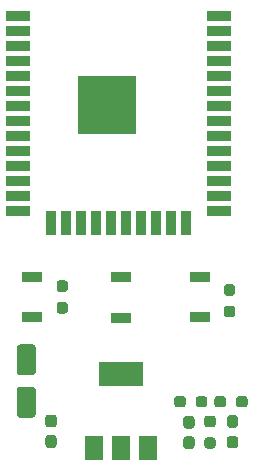
<source format=gbr>
%TF.GenerationSoftware,KiCad,Pcbnew,5.1.8*%
%TF.CreationDate,2020-12-03T14:21:02+03:00*%
%TF.ProjectId,pss_mcu_pcb,7073735f-6d63-4755-9f70-63622e6b6963,rev?*%
%TF.SameCoordinates,Original*%
%TF.FileFunction,Paste,Top*%
%TF.FilePolarity,Positive*%
%FSLAX46Y46*%
G04 Gerber Fmt 4.6, Leading zero omitted, Abs format (unit mm)*
G04 Created by KiCad (PCBNEW 5.1.8) date 2020-12-03 14:21:02*
%MOMM*%
%LPD*%
G01*
G04 APERTURE LIST*
%ADD10R,5.000000X5.000000*%
%ADD11R,2.000000X0.900000*%
%ADD12R,0.900000X2.000000*%
%ADD13R,1.700000X0.900000*%
%ADD14R,3.800000X2.000000*%
%ADD15R,1.500000X2.000000*%
G04 APERTURE END LIST*
D10*
%TO.C,U4*%
X157178500Y-76080000D03*
D11*
X149678500Y-68580000D03*
X149678500Y-69850000D03*
X149678500Y-71120000D03*
X149678500Y-72390000D03*
X149678500Y-73660000D03*
X149678500Y-74930000D03*
X149678500Y-76200000D03*
X149678500Y-77470000D03*
X149678500Y-78740000D03*
X149678500Y-80010000D03*
X149678500Y-81280000D03*
X149678500Y-82550000D03*
X149678500Y-83820000D03*
X149678500Y-85090000D03*
D12*
X152463500Y-86090000D03*
X153733500Y-86090000D03*
X155003500Y-86090000D03*
X156273500Y-86090000D03*
X157543500Y-86090000D03*
X158813500Y-86090000D03*
X160083500Y-86090000D03*
X161353500Y-86090000D03*
X162623500Y-86090000D03*
X163893500Y-86090000D03*
D11*
X166678500Y-85090000D03*
X166678500Y-83820000D03*
X166678500Y-82550000D03*
X166678500Y-81280000D03*
X166678500Y-80010000D03*
X166678500Y-78740000D03*
X166678500Y-77470000D03*
X166678500Y-76200000D03*
X166678500Y-74930000D03*
X166678500Y-73660000D03*
X166678500Y-72390000D03*
X166678500Y-71120000D03*
X166678500Y-69850000D03*
X166678500Y-68580000D03*
%TD*%
D13*
%TO.C,SW3*%
X150876000Y-90614500D03*
X150876000Y-94014500D03*
%TD*%
%TO.C,SW2*%
X158369000Y-90692500D03*
X158369000Y-94092500D03*
%TD*%
%TO.C,SW1*%
X165100000Y-90678000D03*
X165100000Y-94078000D03*
%TD*%
%TO.C,D1*%
G36*
G01*
X168068000Y-103423000D02*
X167593000Y-103423000D01*
G75*
G02*
X167355500Y-103185500I0J237500D01*
G01*
X167355500Y-102610500D01*
G75*
G02*
X167593000Y-102373000I237500J0D01*
G01*
X168068000Y-102373000D01*
G75*
G02*
X168305500Y-102610500I0J-237500D01*
G01*
X168305500Y-103185500D01*
G75*
G02*
X168068000Y-103423000I-237500J0D01*
G01*
G37*
G36*
G01*
X168068000Y-105173000D02*
X167593000Y-105173000D01*
G75*
G02*
X167355500Y-104935500I0J237500D01*
G01*
X167355500Y-104360500D01*
G75*
G02*
X167593000Y-104123000I237500J0D01*
G01*
X168068000Y-104123000D01*
G75*
G02*
X168305500Y-104360500I0J-237500D01*
G01*
X168305500Y-104935500D01*
G75*
G02*
X168068000Y-105173000I-237500J0D01*
G01*
G37*
%TD*%
%TO.C,C1*%
G36*
G01*
X152701000Y-103397000D02*
X152226000Y-103397000D01*
G75*
G02*
X151988500Y-103159500I0J237500D01*
G01*
X151988500Y-102559500D01*
G75*
G02*
X152226000Y-102322000I237500J0D01*
G01*
X152701000Y-102322000D01*
G75*
G02*
X152938500Y-102559500I0J-237500D01*
G01*
X152938500Y-103159500D01*
G75*
G02*
X152701000Y-103397000I-237500J0D01*
G01*
G37*
G36*
G01*
X152701000Y-105122000D02*
X152226000Y-105122000D01*
G75*
G02*
X151988500Y-104884500I0J237500D01*
G01*
X151988500Y-104284500D01*
G75*
G02*
X152226000Y-104047000I237500J0D01*
G01*
X152701000Y-104047000D01*
G75*
G02*
X152938500Y-104284500I0J-237500D01*
G01*
X152938500Y-104884500D01*
G75*
G02*
X152701000Y-105122000I-237500J0D01*
G01*
G37*
%TD*%
%TO.C,C6*%
G36*
G01*
X164385000Y-103497500D02*
X163910000Y-103497500D01*
G75*
G02*
X163672500Y-103260000I0J237500D01*
G01*
X163672500Y-102660000D01*
G75*
G02*
X163910000Y-102422500I237500J0D01*
G01*
X164385000Y-102422500D01*
G75*
G02*
X164622500Y-102660000I0J-237500D01*
G01*
X164622500Y-103260000D01*
G75*
G02*
X164385000Y-103497500I-237500J0D01*
G01*
G37*
G36*
G01*
X164385000Y-105222500D02*
X163910000Y-105222500D01*
G75*
G02*
X163672500Y-104985000I0J237500D01*
G01*
X163672500Y-104385000D01*
G75*
G02*
X163910000Y-104147500I237500J0D01*
G01*
X164385000Y-104147500D01*
G75*
G02*
X164622500Y-104385000I0J-237500D01*
G01*
X164622500Y-104985000D01*
G75*
G02*
X164385000Y-105222500I-237500J0D01*
G01*
G37*
%TD*%
%TO.C,C8*%
G36*
G01*
X149818000Y-96363000D02*
X150918000Y-96363000D01*
G75*
G02*
X151168000Y-96613000I0J-250000D01*
G01*
X151168000Y-98713000D01*
G75*
G02*
X150918000Y-98963000I-250000J0D01*
G01*
X149818000Y-98963000D01*
G75*
G02*
X149568000Y-98713000I0J250000D01*
G01*
X149568000Y-96613000D01*
G75*
G02*
X149818000Y-96363000I250000J0D01*
G01*
G37*
G36*
G01*
X149818000Y-99963000D02*
X150918000Y-99963000D01*
G75*
G02*
X151168000Y-100213000I0J-250000D01*
G01*
X151168000Y-102313000D01*
G75*
G02*
X150918000Y-102563000I-250000J0D01*
G01*
X149818000Y-102563000D01*
G75*
G02*
X149568000Y-102313000I0J250000D01*
G01*
X149568000Y-100213000D01*
G75*
G02*
X149818000Y-99963000I250000J0D01*
G01*
G37*
%TD*%
%TO.C,R11*%
G36*
G01*
X163873000Y-100981500D02*
X163873000Y-101456500D01*
G75*
G02*
X163635500Y-101694000I-237500J0D01*
G01*
X163135500Y-101694000D01*
G75*
G02*
X162898000Y-101456500I0J237500D01*
G01*
X162898000Y-100981500D01*
G75*
G02*
X163135500Y-100744000I237500J0D01*
G01*
X163635500Y-100744000D01*
G75*
G02*
X163873000Y-100981500I0J-237500D01*
G01*
G37*
G36*
G01*
X165698000Y-100981500D02*
X165698000Y-101456500D01*
G75*
G02*
X165460500Y-101694000I-237500J0D01*
G01*
X164960500Y-101694000D01*
G75*
G02*
X164723000Y-101456500I0J237500D01*
G01*
X164723000Y-100981500D01*
G75*
G02*
X164960500Y-100744000I237500J0D01*
G01*
X165460500Y-100744000D01*
G75*
G02*
X165698000Y-100981500I0J-237500D01*
G01*
G37*
%TD*%
%TO.C,R12*%
G36*
G01*
X167814000Y-92245000D02*
X167339000Y-92245000D01*
G75*
G02*
X167101500Y-92007500I0J237500D01*
G01*
X167101500Y-91507500D01*
G75*
G02*
X167339000Y-91270000I237500J0D01*
G01*
X167814000Y-91270000D01*
G75*
G02*
X168051500Y-91507500I0J-237500D01*
G01*
X168051500Y-92007500D01*
G75*
G02*
X167814000Y-92245000I-237500J0D01*
G01*
G37*
G36*
G01*
X167814000Y-94070000D02*
X167339000Y-94070000D01*
G75*
G02*
X167101500Y-93832500I0J237500D01*
G01*
X167101500Y-93332500D01*
G75*
G02*
X167339000Y-93095000I237500J0D01*
G01*
X167814000Y-93095000D01*
G75*
G02*
X168051500Y-93332500I0J-237500D01*
G01*
X168051500Y-93832500D01*
G75*
G02*
X167814000Y-94070000I-237500J0D01*
G01*
G37*
%TD*%
%TO.C,R13*%
G36*
G01*
X165688000Y-102399000D02*
X166163000Y-102399000D01*
G75*
G02*
X166400500Y-102636500I0J-237500D01*
G01*
X166400500Y-103136500D01*
G75*
G02*
X166163000Y-103374000I-237500J0D01*
G01*
X165688000Y-103374000D01*
G75*
G02*
X165450500Y-103136500I0J237500D01*
G01*
X165450500Y-102636500D01*
G75*
G02*
X165688000Y-102399000I237500J0D01*
G01*
G37*
G36*
G01*
X165688000Y-104224000D02*
X166163000Y-104224000D01*
G75*
G02*
X166400500Y-104461500I0J-237500D01*
G01*
X166400500Y-104961500D01*
G75*
G02*
X166163000Y-105199000I-237500J0D01*
G01*
X165688000Y-105199000D01*
G75*
G02*
X165450500Y-104961500I0J237500D01*
G01*
X165450500Y-104461500D01*
G75*
G02*
X165688000Y-104224000I237500J0D01*
G01*
G37*
%TD*%
%TO.C,R15*%
G36*
G01*
X169103500Y-100981500D02*
X169103500Y-101456500D01*
G75*
G02*
X168866000Y-101694000I-237500J0D01*
G01*
X168366000Y-101694000D01*
G75*
G02*
X168128500Y-101456500I0J237500D01*
G01*
X168128500Y-100981500D01*
G75*
G02*
X168366000Y-100744000I237500J0D01*
G01*
X168866000Y-100744000D01*
G75*
G02*
X169103500Y-100981500I0J-237500D01*
G01*
G37*
G36*
G01*
X167278500Y-100981500D02*
X167278500Y-101456500D01*
G75*
G02*
X167041000Y-101694000I-237500J0D01*
G01*
X166541000Y-101694000D01*
G75*
G02*
X166303500Y-101456500I0J237500D01*
G01*
X166303500Y-100981500D01*
G75*
G02*
X166541000Y-100744000I237500J0D01*
G01*
X167041000Y-100744000D01*
G75*
G02*
X167278500Y-100981500I0J-237500D01*
G01*
G37*
%TD*%
%TO.C,R18*%
G36*
G01*
X153653500Y-91927500D02*
X153178500Y-91927500D01*
G75*
G02*
X152941000Y-91690000I0J237500D01*
G01*
X152941000Y-91190000D01*
G75*
G02*
X153178500Y-90952500I237500J0D01*
G01*
X153653500Y-90952500D01*
G75*
G02*
X153891000Y-91190000I0J-237500D01*
G01*
X153891000Y-91690000D01*
G75*
G02*
X153653500Y-91927500I-237500J0D01*
G01*
G37*
G36*
G01*
X153653500Y-93752500D02*
X153178500Y-93752500D01*
G75*
G02*
X152941000Y-93515000I0J237500D01*
G01*
X152941000Y-93015000D01*
G75*
G02*
X153178500Y-92777500I237500J0D01*
G01*
X153653500Y-92777500D01*
G75*
G02*
X153891000Y-93015000I0J-237500D01*
G01*
X153891000Y-93515000D01*
G75*
G02*
X153653500Y-93752500I-237500J0D01*
G01*
G37*
%TD*%
D14*
%TO.C,U1*%
X158369000Y-98831000D03*
D15*
X158369000Y-105131000D03*
X160669000Y-105131000D03*
X156069000Y-105131000D03*
%TD*%
M02*

</source>
